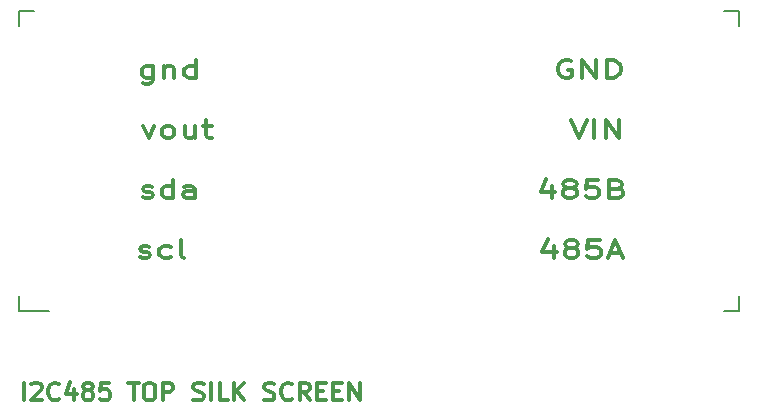
<source format=gbr>
G04 (created by PCBNEW (2013-07-07 BZR 4022)-stable) date 30.7.2014 9:50:12*
%MOIN*%
G04 Gerber Fmt 3.4, Leading zero omitted, Abs format*
%FSLAX34Y34*%
G01*
G70*
G90*
G04 APERTURE LIST*
%ADD10C,0.00590551*%
%ADD11C,0.00787402*%
%ADD12C,0.011811*%
G04 APERTURE END LIST*
G54D10*
G54D11*
X11500Y-10000D02*
X11500Y-10500D01*
X12000Y-10000D02*
X11500Y-10000D01*
X35500Y-10000D02*
X35000Y-10000D01*
X35500Y-10500D02*
X35500Y-10000D01*
X35500Y-20000D02*
X35500Y-19500D01*
X35000Y-20000D02*
X35500Y-20000D01*
X11500Y-20000D02*
X12500Y-20000D01*
X11500Y-19500D02*
X11500Y-20000D01*
G54D12*
X11653Y-22989D02*
X11653Y-22398D01*
X11906Y-22454D02*
X11935Y-22426D01*
X11991Y-22398D01*
X12131Y-22398D01*
X12188Y-22426D01*
X12216Y-22454D01*
X12244Y-22510D01*
X12244Y-22567D01*
X12216Y-22651D01*
X11878Y-22989D01*
X12244Y-22989D01*
X12834Y-22932D02*
X12806Y-22960D01*
X12722Y-22989D01*
X12666Y-22989D01*
X12581Y-22960D01*
X12525Y-22904D01*
X12497Y-22848D01*
X12469Y-22735D01*
X12469Y-22651D01*
X12497Y-22539D01*
X12525Y-22482D01*
X12581Y-22426D01*
X12666Y-22398D01*
X12722Y-22398D01*
X12806Y-22426D01*
X12834Y-22454D01*
X13341Y-22595D02*
X13341Y-22989D01*
X13200Y-22370D02*
X13059Y-22792D01*
X13425Y-22792D01*
X13734Y-22651D02*
X13678Y-22623D01*
X13650Y-22595D01*
X13622Y-22539D01*
X13622Y-22510D01*
X13650Y-22454D01*
X13678Y-22426D01*
X13734Y-22398D01*
X13847Y-22398D01*
X13903Y-22426D01*
X13931Y-22454D01*
X13959Y-22510D01*
X13959Y-22539D01*
X13931Y-22595D01*
X13903Y-22623D01*
X13847Y-22651D01*
X13734Y-22651D01*
X13678Y-22679D01*
X13650Y-22707D01*
X13622Y-22764D01*
X13622Y-22876D01*
X13650Y-22932D01*
X13678Y-22960D01*
X13734Y-22989D01*
X13847Y-22989D01*
X13903Y-22960D01*
X13931Y-22932D01*
X13959Y-22876D01*
X13959Y-22764D01*
X13931Y-22707D01*
X13903Y-22679D01*
X13847Y-22651D01*
X14494Y-22398D02*
X14212Y-22398D01*
X14184Y-22679D01*
X14212Y-22651D01*
X14269Y-22623D01*
X14409Y-22623D01*
X14465Y-22651D01*
X14494Y-22679D01*
X14522Y-22735D01*
X14522Y-22876D01*
X14494Y-22932D01*
X14465Y-22960D01*
X14409Y-22989D01*
X14269Y-22989D01*
X14212Y-22960D01*
X14184Y-22932D01*
X15140Y-22398D02*
X15478Y-22398D01*
X15309Y-22989D02*
X15309Y-22398D01*
X15787Y-22398D02*
X15900Y-22398D01*
X15956Y-22426D01*
X16012Y-22482D01*
X16040Y-22595D01*
X16040Y-22792D01*
X16012Y-22904D01*
X15956Y-22960D01*
X15900Y-22989D01*
X15787Y-22989D01*
X15731Y-22960D01*
X15675Y-22904D01*
X15647Y-22792D01*
X15647Y-22595D01*
X15675Y-22482D01*
X15731Y-22426D01*
X15787Y-22398D01*
X16293Y-22989D02*
X16293Y-22398D01*
X16518Y-22398D01*
X16575Y-22426D01*
X16603Y-22454D01*
X16631Y-22510D01*
X16631Y-22595D01*
X16603Y-22651D01*
X16575Y-22679D01*
X16518Y-22707D01*
X16293Y-22707D01*
X17306Y-22960D02*
X17390Y-22989D01*
X17531Y-22989D01*
X17587Y-22960D01*
X17615Y-22932D01*
X17643Y-22876D01*
X17643Y-22820D01*
X17615Y-22764D01*
X17587Y-22735D01*
X17531Y-22707D01*
X17418Y-22679D01*
X17362Y-22651D01*
X17334Y-22623D01*
X17306Y-22567D01*
X17306Y-22510D01*
X17334Y-22454D01*
X17362Y-22426D01*
X17418Y-22398D01*
X17559Y-22398D01*
X17643Y-22426D01*
X17896Y-22989D02*
X17896Y-22398D01*
X18459Y-22989D02*
X18178Y-22989D01*
X18178Y-22398D01*
X18656Y-22989D02*
X18656Y-22398D01*
X18993Y-22989D02*
X18740Y-22651D01*
X18993Y-22398D02*
X18656Y-22735D01*
X19668Y-22960D02*
X19752Y-22989D01*
X19893Y-22989D01*
X19949Y-22960D01*
X19977Y-22932D01*
X20005Y-22876D01*
X20005Y-22820D01*
X19977Y-22764D01*
X19949Y-22735D01*
X19893Y-22707D01*
X19780Y-22679D01*
X19724Y-22651D01*
X19696Y-22623D01*
X19668Y-22567D01*
X19668Y-22510D01*
X19696Y-22454D01*
X19724Y-22426D01*
X19780Y-22398D01*
X19921Y-22398D01*
X20005Y-22426D01*
X20596Y-22932D02*
X20568Y-22960D01*
X20483Y-22989D01*
X20427Y-22989D01*
X20343Y-22960D01*
X20287Y-22904D01*
X20258Y-22848D01*
X20230Y-22735D01*
X20230Y-22651D01*
X20258Y-22539D01*
X20287Y-22482D01*
X20343Y-22426D01*
X20427Y-22398D01*
X20483Y-22398D01*
X20568Y-22426D01*
X20596Y-22454D01*
X21187Y-22989D02*
X20990Y-22707D01*
X20849Y-22989D02*
X20849Y-22398D01*
X21074Y-22398D01*
X21130Y-22426D01*
X21158Y-22454D01*
X21187Y-22510D01*
X21187Y-22595D01*
X21158Y-22651D01*
X21130Y-22679D01*
X21074Y-22707D01*
X20849Y-22707D01*
X21440Y-22679D02*
X21636Y-22679D01*
X21721Y-22989D02*
X21440Y-22989D01*
X21440Y-22398D01*
X21721Y-22398D01*
X21974Y-22679D02*
X22171Y-22679D01*
X22255Y-22989D02*
X21974Y-22989D01*
X21974Y-22398D01*
X22255Y-22398D01*
X22508Y-22989D02*
X22508Y-22398D01*
X22846Y-22989D01*
X22846Y-22398D01*
X15537Y-18210D02*
X15612Y-18239D01*
X15762Y-18239D01*
X15837Y-18210D01*
X15875Y-18154D01*
X15875Y-18126D01*
X15837Y-18070D01*
X15762Y-18042D01*
X15650Y-18042D01*
X15575Y-18014D01*
X15537Y-17957D01*
X15537Y-17929D01*
X15575Y-17873D01*
X15650Y-17845D01*
X15762Y-17845D01*
X15837Y-17873D01*
X16549Y-18210D02*
X16474Y-18239D01*
X16324Y-18239D01*
X16250Y-18210D01*
X16212Y-18182D01*
X16175Y-18126D01*
X16175Y-17957D01*
X16212Y-17901D01*
X16250Y-17873D01*
X16324Y-17845D01*
X16474Y-17845D01*
X16549Y-17873D01*
X16999Y-18239D02*
X16924Y-18210D01*
X16887Y-18154D01*
X16887Y-17648D01*
X15618Y-16210D02*
X15693Y-16239D01*
X15843Y-16239D01*
X15918Y-16210D01*
X15956Y-16154D01*
X15956Y-16126D01*
X15918Y-16070D01*
X15843Y-16042D01*
X15731Y-16042D01*
X15656Y-16014D01*
X15618Y-15957D01*
X15618Y-15929D01*
X15656Y-15873D01*
X15731Y-15845D01*
X15843Y-15845D01*
X15918Y-15873D01*
X16631Y-16239D02*
X16631Y-15648D01*
X16631Y-16210D02*
X16556Y-16239D01*
X16406Y-16239D01*
X16331Y-16210D01*
X16293Y-16182D01*
X16256Y-16126D01*
X16256Y-15957D01*
X16293Y-15901D01*
X16331Y-15873D01*
X16406Y-15845D01*
X16556Y-15845D01*
X16631Y-15873D01*
X17343Y-16239D02*
X17343Y-15929D01*
X17306Y-15873D01*
X17231Y-15845D01*
X17081Y-15845D01*
X17006Y-15873D01*
X17343Y-16210D02*
X17268Y-16239D01*
X17081Y-16239D01*
X17006Y-16210D01*
X16968Y-16154D01*
X16968Y-16098D01*
X17006Y-16042D01*
X17081Y-16014D01*
X17268Y-16014D01*
X17343Y-15985D01*
X15625Y-13845D02*
X15812Y-14239D01*
X16000Y-13845D01*
X16412Y-14239D02*
X16337Y-14210D01*
X16300Y-14182D01*
X16262Y-14126D01*
X16262Y-13957D01*
X16300Y-13901D01*
X16337Y-13873D01*
X16412Y-13845D01*
X16525Y-13845D01*
X16600Y-13873D01*
X16637Y-13901D01*
X16675Y-13957D01*
X16675Y-14126D01*
X16637Y-14182D01*
X16600Y-14210D01*
X16525Y-14239D01*
X16412Y-14239D01*
X17349Y-13845D02*
X17349Y-14239D01*
X17012Y-13845D02*
X17012Y-14154D01*
X17049Y-14210D01*
X17124Y-14239D01*
X17237Y-14239D01*
X17312Y-14210D01*
X17349Y-14182D01*
X17612Y-13845D02*
X17912Y-13845D01*
X17724Y-13648D02*
X17724Y-14154D01*
X17762Y-14210D01*
X17837Y-14239D01*
X17912Y-14239D01*
X15956Y-11845D02*
X15956Y-12323D01*
X15918Y-12379D01*
X15881Y-12407D01*
X15806Y-12435D01*
X15693Y-12435D01*
X15618Y-12407D01*
X15956Y-12210D02*
X15881Y-12239D01*
X15731Y-12239D01*
X15656Y-12210D01*
X15618Y-12182D01*
X15581Y-12126D01*
X15581Y-11957D01*
X15618Y-11901D01*
X15656Y-11873D01*
X15731Y-11845D01*
X15881Y-11845D01*
X15956Y-11873D01*
X16331Y-11845D02*
X16331Y-12239D01*
X16331Y-11901D02*
X16368Y-11873D01*
X16443Y-11845D01*
X16556Y-11845D01*
X16631Y-11873D01*
X16668Y-11929D01*
X16668Y-12239D01*
X17381Y-12239D02*
X17381Y-11648D01*
X17381Y-12210D02*
X17306Y-12239D01*
X17156Y-12239D01*
X17081Y-12210D01*
X17043Y-12182D01*
X17006Y-12126D01*
X17006Y-11957D01*
X17043Y-11901D01*
X17081Y-11873D01*
X17156Y-11845D01*
X17306Y-11845D01*
X17381Y-11873D01*
X29900Y-11676D02*
X29825Y-11648D01*
X29712Y-11648D01*
X29600Y-11676D01*
X29525Y-11732D01*
X29487Y-11789D01*
X29450Y-11901D01*
X29450Y-11985D01*
X29487Y-12098D01*
X29525Y-12154D01*
X29600Y-12210D01*
X29712Y-12239D01*
X29787Y-12239D01*
X29900Y-12210D01*
X29937Y-12182D01*
X29937Y-11985D01*
X29787Y-11985D01*
X30275Y-12239D02*
X30275Y-11648D01*
X30724Y-12239D01*
X30724Y-11648D01*
X31099Y-12239D02*
X31099Y-11648D01*
X31287Y-11648D01*
X31399Y-11676D01*
X31474Y-11732D01*
X31512Y-11789D01*
X31549Y-11901D01*
X31549Y-11985D01*
X31512Y-12098D01*
X31474Y-12154D01*
X31399Y-12210D01*
X31287Y-12239D01*
X31099Y-12239D01*
X29887Y-13648D02*
X30150Y-14239D01*
X30412Y-13648D01*
X30675Y-14239D02*
X30675Y-13648D01*
X31049Y-14239D02*
X31049Y-13648D01*
X31499Y-14239D01*
X31499Y-13648D01*
X29256Y-15845D02*
X29256Y-16239D01*
X29068Y-15620D02*
X28881Y-16042D01*
X29368Y-16042D01*
X29781Y-15901D02*
X29706Y-15873D01*
X29668Y-15845D01*
X29631Y-15789D01*
X29631Y-15760D01*
X29668Y-15704D01*
X29706Y-15676D01*
X29781Y-15648D01*
X29931Y-15648D01*
X30006Y-15676D01*
X30043Y-15704D01*
X30081Y-15760D01*
X30081Y-15789D01*
X30043Y-15845D01*
X30006Y-15873D01*
X29931Y-15901D01*
X29781Y-15901D01*
X29706Y-15929D01*
X29668Y-15957D01*
X29631Y-16014D01*
X29631Y-16126D01*
X29668Y-16182D01*
X29706Y-16210D01*
X29781Y-16239D01*
X29931Y-16239D01*
X30006Y-16210D01*
X30043Y-16182D01*
X30081Y-16126D01*
X30081Y-16014D01*
X30043Y-15957D01*
X30006Y-15929D01*
X29931Y-15901D01*
X30793Y-15648D02*
X30418Y-15648D01*
X30381Y-15929D01*
X30418Y-15901D01*
X30493Y-15873D01*
X30681Y-15873D01*
X30756Y-15901D01*
X30793Y-15929D01*
X30831Y-15985D01*
X30831Y-16126D01*
X30793Y-16182D01*
X30756Y-16210D01*
X30681Y-16239D01*
X30493Y-16239D01*
X30418Y-16210D01*
X30381Y-16182D01*
X31431Y-15929D02*
X31543Y-15957D01*
X31581Y-15985D01*
X31618Y-16042D01*
X31618Y-16126D01*
X31581Y-16182D01*
X31543Y-16210D01*
X31468Y-16239D01*
X31168Y-16239D01*
X31168Y-15648D01*
X31431Y-15648D01*
X31506Y-15676D01*
X31543Y-15704D01*
X31581Y-15760D01*
X31581Y-15817D01*
X31543Y-15873D01*
X31506Y-15901D01*
X31431Y-15929D01*
X31168Y-15929D01*
X29312Y-17845D02*
X29312Y-18239D01*
X29125Y-17620D02*
X28937Y-18042D01*
X29425Y-18042D01*
X29837Y-17901D02*
X29762Y-17873D01*
X29725Y-17845D01*
X29687Y-17789D01*
X29687Y-17760D01*
X29725Y-17704D01*
X29762Y-17676D01*
X29837Y-17648D01*
X29987Y-17648D01*
X30062Y-17676D01*
X30100Y-17704D01*
X30137Y-17760D01*
X30137Y-17789D01*
X30100Y-17845D01*
X30062Y-17873D01*
X29987Y-17901D01*
X29837Y-17901D01*
X29762Y-17929D01*
X29725Y-17957D01*
X29687Y-18014D01*
X29687Y-18126D01*
X29725Y-18182D01*
X29762Y-18210D01*
X29837Y-18239D01*
X29987Y-18239D01*
X30062Y-18210D01*
X30100Y-18182D01*
X30137Y-18126D01*
X30137Y-18014D01*
X30100Y-17957D01*
X30062Y-17929D01*
X29987Y-17901D01*
X30849Y-17648D02*
X30474Y-17648D01*
X30437Y-17929D01*
X30474Y-17901D01*
X30549Y-17873D01*
X30737Y-17873D01*
X30812Y-17901D01*
X30849Y-17929D01*
X30887Y-17985D01*
X30887Y-18126D01*
X30849Y-18182D01*
X30812Y-18210D01*
X30737Y-18239D01*
X30549Y-18239D01*
X30474Y-18210D01*
X30437Y-18182D01*
X31187Y-18070D02*
X31562Y-18070D01*
X31112Y-18239D02*
X31374Y-17648D01*
X31637Y-18239D01*
M02*

</source>
